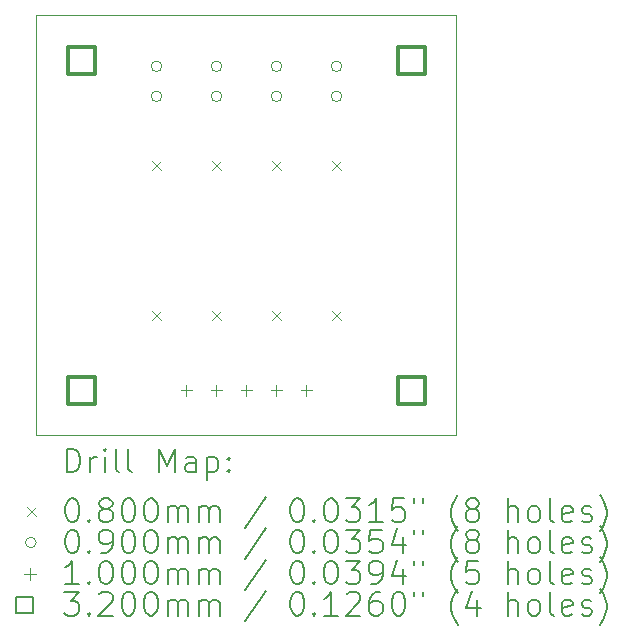
<source format=gbr>
%TF.GenerationSoftware,KiCad,Pcbnew,(6.0.10)*%
%TF.CreationDate,2023-12-21T18:09:12+10:00*%
%TF.ProjectId,Blinky,426c696e-6b79-42e6-9b69-6361645f7063,rev?*%
%TF.SameCoordinates,Original*%
%TF.FileFunction,Drillmap*%
%TF.FilePolarity,Positive*%
%FSLAX45Y45*%
G04 Gerber Fmt 4.5, Leading zero omitted, Abs format (unit mm)*
G04 Created by KiCad (PCBNEW (6.0.10)) date 2023-12-21 18:09:12*
%MOMM*%
%LPD*%
G01*
G04 APERTURE LIST*
%ADD10C,0.050000*%
%ADD11C,0.200000*%
%ADD12C,0.080000*%
%ADD13C,0.090000*%
%ADD14C,0.100000*%
%ADD15C,0.320000*%
G04 APERTURE END LIST*
D10*
X6223000Y-6096000D02*
X2667000Y-6096000D01*
X2667000Y-6096000D02*
X2667000Y-2540000D01*
X2667000Y-2540000D02*
X6223000Y-2540000D01*
X6223000Y-2540000D02*
X6223000Y-6096000D01*
D11*
D12*
X3643000Y-3770000D02*
X3723000Y-3850000D01*
X3723000Y-3770000D02*
X3643000Y-3850000D01*
X3643000Y-5040000D02*
X3723000Y-5120000D01*
X3723000Y-5040000D02*
X3643000Y-5120000D01*
X4151000Y-3770000D02*
X4231000Y-3850000D01*
X4231000Y-3770000D02*
X4151000Y-3850000D01*
X4151000Y-5040000D02*
X4231000Y-5120000D01*
X4231000Y-5040000D02*
X4151000Y-5120000D01*
X4659000Y-3770000D02*
X4739000Y-3850000D01*
X4739000Y-3770000D02*
X4659000Y-3850000D01*
X4659000Y-5040000D02*
X4739000Y-5120000D01*
X4739000Y-5040000D02*
X4659000Y-5120000D01*
X5167000Y-3770000D02*
X5247000Y-3850000D01*
X5247000Y-3770000D02*
X5167000Y-3850000D01*
X5167000Y-5040000D02*
X5247000Y-5120000D01*
X5247000Y-5040000D02*
X5167000Y-5120000D01*
D13*
X3728000Y-2970800D02*
G75*
G03*
X3728000Y-2970800I-45000J0D01*
G01*
X3728000Y-3224800D02*
G75*
G03*
X3728000Y-3224800I-45000J0D01*
G01*
X4236000Y-2970800D02*
G75*
G03*
X4236000Y-2970800I-45000J0D01*
G01*
X4236000Y-3224800D02*
G75*
G03*
X4236000Y-3224800I-45000J0D01*
G01*
X4744000Y-2970800D02*
G75*
G03*
X4744000Y-2970800I-45000J0D01*
G01*
X4744000Y-3224800D02*
G75*
G03*
X4744000Y-3224800I-45000J0D01*
G01*
X5252000Y-2970800D02*
G75*
G03*
X5252000Y-2970800I-45000J0D01*
G01*
X5252000Y-3224800D02*
G75*
G03*
X5252000Y-3224800I-45000J0D01*
G01*
D14*
X3936500Y-5665000D02*
X3936500Y-5765000D01*
X3886500Y-5715000D02*
X3986500Y-5715000D01*
X4190500Y-5665000D02*
X4190500Y-5765000D01*
X4140500Y-5715000D02*
X4240500Y-5715000D01*
X4444500Y-5665000D02*
X4444500Y-5765000D01*
X4394500Y-5715000D02*
X4494500Y-5715000D01*
X4698500Y-5665000D02*
X4698500Y-5765000D01*
X4648500Y-5715000D02*
X4748500Y-5715000D01*
X4952500Y-5665000D02*
X4952500Y-5765000D01*
X4902500Y-5715000D02*
X5002500Y-5715000D01*
D15*
X3161138Y-3034138D02*
X3161138Y-2807862D01*
X2934862Y-2807862D01*
X2934862Y-3034138D01*
X3161138Y-3034138D01*
X3161138Y-5828138D02*
X3161138Y-5601862D01*
X2934862Y-5601862D01*
X2934862Y-5828138D01*
X3161138Y-5828138D01*
X5955138Y-3034138D02*
X5955138Y-2807862D01*
X5728862Y-2807862D01*
X5728862Y-3034138D01*
X5955138Y-3034138D01*
X5955138Y-5828138D02*
X5955138Y-5601862D01*
X5728862Y-5601862D01*
X5728862Y-5828138D01*
X5955138Y-5828138D01*
D11*
X2922119Y-6408976D02*
X2922119Y-6208976D01*
X2969738Y-6208976D01*
X2998309Y-6218500D01*
X3017357Y-6237548D01*
X3026881Y-6256595D01*
X3036405Y-6294690D01*
X3036405Y-6323262D01*
X3026881Y-6361357D01*
X3017357Y-6380405D01*
X2998309Y-6399452D01*
X2969738Y-6408976D01*
X2922119Y-6408976D01*
X3122119Y-6408976D02*
X3122119Y-6275643D01*
X3122119Y-6313738D02*
X3131643Y-6294690D01*
X3141167Y-6285167D01*
X3160214Y-6275643D01*
X3179262Y-6275643D01*
X3245928Y-6408976D02*
X3245928Y-6275643D01*
X3245928Y-6208976D02*
X3236405Y-6218500D01*
X3245928Y-6228024D01*
X3255452Y-6218500D01*
X3245928Y-6208976D01*
X3245928Y-6228024D01*
X3369738Y-6408976D02*
X3350690Y-6399452D01*
X3341167Y-6380405D01*
X3341167Y-6208976D01*
X3474500Y-6408976D02*
X3455452Y-6399452D01*
X3445928Y-6380405D01*
X3445928Y-6208976D01*
X3703071Y-6408976D02*
X3703071Y-6208976D01*
X3769738Y-6351833D01*
X3836405Y-6208976D01*
X3836405Y-6408976D01*
X4017357Y-6408976D02*
X4017357Y-6304214D01*
X4007833Y-6285167D01*
X3988786Y-6275643D01*
X3950690Y-6275643D01*
X3931643Y-6285167D01*
X4017357Y-6399452D02*
X3998309Y-6408976D01*
X3950690Y-6408976D01*
X3931643Y-6399452D01*
X3922119Y-6380405D01*
X3922119Y-6361357D01*
X3931643Y-6342309D01*
X3950690Y-6332786D01*
X3998309Y-6332786D01*
X4017357Y-6323262D01*
X4112595Y-6275643D02*
X4112595Y-6475643D01*
X4112595Y-6285167D02*
X4131643Y-6275643D01*
X4169738Y-6275643D01*
X4188786Y-6285167D01*
X4198310Y-6294690D01*
X4207833Y-6313738D01*
X4207833Y-6370881D01*
X4198310Y-6389928D01*
X4188786Y-6399452D01*
X4169738Y-6408976D01*
X4131643Y-6408976D01*
X4112595Y-6399452D01*
X4293548Y-6389928D02*
X4303071Y-6399452D01*
X4293548Y-6408976D01*
X4284024Y-6399452D01*
X4293548Y-6389928D01*
X4293548Y-6408976D01*
X4293548Y-6285167D02*
X4303071Y-6294690D01*
X4293548Y-6304214D01*
X4284024Y-6294690D01*
X4293548Y-6285167D01*
X4293548Y-6304214D01*
D12*
X2584500Y-6698500D02*
X2664500Y-6778500D01*
X2664500Y-6698500D02*
X2584500Y-6778500D01*
D11*
X2960214Y-6628976D02*
X2979262Y-6628976D01*
X2998309Y-6638500D01*
X3007833Y-6648024D01*
X3017357Y-6667071D01*
X3026881Y-6705167D01*
X3026881Y-6752786D01*
X3017357Y-6790881D01*
X3007833Y-6809928D01*
X2998309Y-6819452D01*
X2979262Y-6828976D01*
X2960214Y-6828976D01*
X2941167Y-6819452D01*
X2931643Y-6809928D01*
X2922119Y-6790881D01*
X2912595Y-6752786D01*
X2912595Y-6705167D01*
X2922119Y-6667071D01*
X2931643Y-6648024D01*
X2941167Y-6638500D01*
X2960214Y-6628976D01*
X3112595Y-6809928D02*
X3122119Y-6819452D01*
X3112595Y-6828976D01*
X3103071Y-6819452D01*
X3112595Y-6809928D01*
X3112595Y-6828976D01*
X3236405Y-6714690D02*
X3217357Y-6705167D01*
X3207833Y-6695643D01*
X3198309Y-6676595D01*
X3198309Y-6667071D01*
X3207833Y-6648024D01*
X3217357Y-6638500D01*
X3236405Y-6628976D01*
X3274500Y-6628976D01*
X3293548Y-6638500D01*
X3303071Y-6648024D01*
X3312595Y-6667071D01*
X3312595Y-6676595D01*
X3303071Y-6695643D01*
X3293548Y-6705167D01*
X3274500Y-6714690D01*
X3236405Y-6714690D01*
X3217357Y-6724214D01*
X3207833Y-6733738D01*
X3198309Y-6752786D01*
X3198309Y-6790881D01*
X3207833Y-6809928D01*
X3217357Y-6819452D01*
X3236405Y-6828976D01*
X3274500Y-6828976D01*
X3293548Y-6819452D01*
X3303071Y-6809928D01*
X3312595Y-6790881D01*
X3312595Y-6752786D01*
X3303071Y-6733738D01*
X3293548Y-6724214D01*
X3274500Y-6714690D01*
X3436405Y-6628976D02*
X3455452Y-6628976D01*
X3474500Y-6638500D01*
X3484024Y-6648024D01*
X3493548Y-6667071D01*
X3503071Y-6705167D01*
X3503071Y-6752786D01*
X3493548Y-6790881D01*
X3484024Y-6809928D01*
X3474500Y-6819452D01*
X3455452Y-6828976D01*
X3436405Y-6828976D01*
X3417357Y-6819452D01*
X3407833Y-6809928D01*
X3398309Y-6790881D01*
X3388786Y-6752786D01*
X3388786Y-6705167D01*
X3398309Y-6667071D01*
X3407833Y-6648024D01*
X3417357Y-6638500D01*
X3436405Y-6628976D01*
X3626881Y-6628976D02*
X3645928Y-6628976D01*
X3664976Y-6638500D01*
X3674500Y-6648024D01*
X3684024Y-6667071D01*
X3693548Y-6705167D01*
X3693548Y-6752786D01*
X3684024Y-6790881D01*
X3674500Y-6809928D01*
X3664976Y-6819452D01*
X3645928Y-6828976D01*
X3626881Y-6828976D01*
X3607833Y-6819452D01*
X3598309Y-6809928D01*
X3588786Y-6790881D01*
X3579262Y-6752786D01*
X3579262Y-6705167D01*
X3588786Y-6667071D01*
X3598309Y-6648024D01*
X3607833Y-6638500D01*
X3626881Y-6628976D01*
X3779262Y-6828976D02*
X3779262Y-6695643D01*
X3779262Y-6714690D02*
X3788786Y-6705167D01*
X3807833Y-6695643D01*
X3836405Y-6695643D01*
X3855452Y-6705167D01*
X3864976Y-6724214D01*
X3864976Y-6828976D01*
X3864976Y-6724214D02*
X3874500Y-6705167D01*
X3893548Y-6695643D01*
X3922119Y-6695643D01*
X3941167Y-6705167D01*
X3950690Y-6724214D01*
X3950690Y-6828976D01*
X4045928Y-6828976D02*
X4045928Y-6695643D01*
X4045928Y-6714690D02*
X4055452Y-6705167D01*
X4074500Y-6695643D01*
X4103071Y-6695643D01*
X4122119Y-6705167D01*
X4131643Y-6724214D01*
X4131643Y-6828976D01*
X4131643Y-6724214D02*
X4141167Y-6705167D01*
X4160214Y-6695643D01*
X4188786Y-6695643D01*
X4207833Y-6705167D01*
X4217357Y-6724214D01*
X4217357Y-6828976D01*
X4607833Y-6619452D02*
X4436405Y-6876595D01*
X4864976Y-6628976D02*
X4884024Y-6628976D01*
X4903071Y-6638500D01*
X4912595Y-6648024D01*
X4922119Y-6667071D01*
X4931643Y-6705167D01*
X4931643Y-6752786D01*
X4922119Y-6790881D01*
X4912595Y-6809928D01*
X4903071Y-6819452D01*
X4884024Y-6828976D01*
X4864976Y-6828976D01*
X4845929Y-6819452D01*
X4836405Y-6809928D01*
X4826881Y-6790881D01*
X4817357Y-6752786D01*
X4817357Y-6705167D01*
X4826881Y-6667071D01*
X4836405Y-6648024D01*
X4845929Y-6638500D01*
X4864976Y-6628976D01*
X5017357Y-6809928D02*
X5026881Y-6819452D01*
X5017357Y-6828976D01*
X5007833Y-6819452D01*
X5017357Y-6809928D01*
X5017357Y-6828976D01*
X5150690Y-6628976D02*
X5169738Y-6628976D01*
X5188786Y-6638500D01*
X5198310Y-6648024D01*
X5207833Y-6667071D01*
X5217357Y-6705167D01*
X5217357Y-6752786D01*
X5207833Y-6790881D01*
X5198310Y-6809928D01*
X5188786Y-6819452D01*
X5169738Y-6828976D01*
X5150690Y-6828976D01*
X5131643Y-6819452D01*
X5122119Y-6809928D01*
X5112595Y-6790881D01*
X5103071Y-6752786D01*
X5103071Y-6705167D01*
X5112595Y-6667071D01*
X5122119Y-6648024D01*
X5131643Y-6638500D01*
X5150690Y-6628976D01*
X5284024Y-6628976D02*
X5407833Y-6628976D01*
X5341167Y-6705167D01*
X5369738Y-6705167D01*
X5388786Y-6714690D01*
X5398310Y-6724214D01*
X5407833Y-6743262D01*
X5407833Y-6790881D01*
X5398310Y-6809928D01*
X5388786Y-6819452D01*
X5369738Y-6828976D01*
X5312595Y-6828976D01*
X5293548Y-6819452D01*
X5284024Y-6809928D01*
X5598309Y-6828976D02*
X5484024Y-6828976D01*
X5541167Y-6828976D02*
X5541167Y-6628976D01*
X5522119Y-6657548D01*
X5503071Y-6676595D01*
X5484024Y-6686119D01*
X5779262Y-6628976D02*
X5684024Y-6628976D01*
X5674500Y-6724214D01*
X5684024Y-6714690D01*
X5703071Y-6705167D01*
X5750690Y-6705167D01*
X5769738Y-6714690D01*
X5779262Y-6724214D01*
X5788786Y-6743262D01*
X5788786Y-6790881D01*
X5779262Y-6809928D01*
X5769738Y-6819452D01*
X5750690Y-6828976D01*
X5703071Y-6828976D01*
X5684024Y-6819452D01*
X5674500Y-6809928D01*
X5864976Y-6628976D02*
X5864976Y-6667071D01*
X5941167Y-6628976D02*
X5941167Y-6667071D01*
X6236405Y-6905167D02*
X6226881Y-6895643D01*
X6207833Y-6867071D01*
X6198309Y-6848024D01*
X6188786Y-6819452D01*
X6179262Y-6771833D01*
X6179262Y-6733738D01*
X6188786Y-6686119D01*
X6198309Y-6657548D01*
X6207833Y-6638500D01*
X6226881Y-6609928D01*
X6236405Y-6600405D01*
X6341167Y-6714690D02*
X6322119Y-6705167D01*
X6312595Y-6695643D01*
X6303071Y-6676595D01*
X6303071Y-6667071D01*
X6312595Y-6648024D01*
X6322119Y-6638500D01*
X6341167Y-6628976D01*
X6379262Y-6628976D01*
X6398309Y-6638500D01*
X6407833Y-6648024D01*
X6417357Y-6667071D01*
X6417357Y-6676595D01*
X6407833Y-6695643D01*
X6398309Y-6705167D01*
X6379262Y-6714690D01*
X6341167Y-6714690D01*
X6322119Y-6724214D01*
X6312595Y-6733738D01*
X6303071Y-6752786D01*
X6303071Y-6790881D01*
X6312595Y-6809928D01*
X6322119Y-6819452D01*
X6341167Y-6828976D01*
X6379262Y-6828976D01*
X6398309Y-6819452D01*
X6407833Y-6809928D01*
X6417357Y-6790881D01*
X6417357Y-6752786D01*
X6407833Y-6733738D01*
X6398309Y-6724214D01*
X6379262Y-6714690D01*
X6655452Y-6828976D02*
X6655452Y-6628976D01*
X6741167Y-6828976D02*
X6741167Y-6724214D01*
X6731643Y-6705167D01*
X6712595Y-6695643D01*
X6684024Y-6695643D01*
X6664976Y-6705167D01*
X6655452Y-6714690D01*
X6864976Y-6828976D02*
X6845928Y-6819452D01*
X6836405Y-6809928D01*
X6826881Y-6790881D01*
X6826881Y-6733738D01*
X6836405Y-6714690D01*
X6845928Y-6705167D01*
X6864976Y-6695643D01*
X6893548Y-6695643D01*
X6912595Y-6705167D01*
X6922119Y-6714690D01*
X6931643Y-6733738D01*
X6931643Y-6790881D01*
X6922119Y-6809928D01*
X6912595Y-6819452D01*
X6893548Y-6828976D01*
X6864976Y-6828976D01*
X7045928Y-6828976D02*
X7026881Y-6819452D01*
X7017357Y-6800405D01*
X7017357Y-6628976D01*
X7198309Y-6819452D02*
X7179262Y-6828976D01*
X7141167Y-6828976D01*
X7122119Y-6819452D01*
X7112595Y-6800405D01*
X7112595Y-6724214D01*
X7122119Y-6705167D01*
X7141167Y-6695643D01*
X7179262Y-6695643D01*
X7198309Y-6705167D01*
X7207833Y-6724214D01*
X7207833Y-6743262D01*
X7112595Y-6762309D01*
X7284024Y-6819452D02*
X7303071Y-6828976D01*
X7341167Y-6828976D01*
X7360214Y-6819452D01*
X7369738Y-6800405D01*
X7369738Y-6790881D01*
X7360214Y-6771833D01*
X7341167Y-6762309D01*
X7312595Y-6762309D01*
X7293548Y-6752786D01*
X7284024Y-6733738D01*
X7284024Y-6724214D01*
X7293548Y-6705167D01*
X7312595Y-6695643D01*
X7341167Y-6695643D01*
X7360214Y-6705167D01*
X7436405Y-6905167D02*
X7445928Y-6895643D01*
X7464976Y-6867071D01*
X7474500Y-6848024D01*
X7484024Y-6819452D01*
X7493548Y-6771833D01*
X7493548Y-6733738D01*
X7484024Y-6686119D01*
X7474500Y-6657548D01*
X7464976Y-6638500D01*
X7445928Y-6609928D01*
X7436405Y-6600405D01*
D13*
X2664500Y-7002500D02*
G75*
G03*
X2664500Y-7002500I-45000J0D01*
G01*
D11*
X2960214Y-6892976D02*
X2979262Y-6892976D01*
X2998309Y-6902500D01*
X3007833Y-6912024D01*
X3017357Y-6931071D01*
X3026881Y-6969167D01*
X3026881Y-7016786D01*
X3017357Y-7054881D01*
X3007833Y-7073928D01*
X2998309Y-7083452D01*
X2979262Y-7092976D01*
X2960214Y-7092976D01*
X2941167Y-7083452D01*
X2931643Y-7073928D01*
X2922119Y-7054881D01*
X2912595Y-7016786D01*
X2912595Y-6969167D01*
X2922119Y-6931071D01*
X2931643Y-6912024D01*
X2941167Y-6902500D01*
X2960214Y-6892976D01*
X3112595Y-7073928D02*
X3122119Y-7083452D01*
X3112595Y-7092976D01*
X3103071Y-7083452D01*
X3112595Y-7073928D01*
X3112595Y-7092976D01*
X3217357Y-7092976D02*
X3255452Y-7092976D01*
X3274500Y-7083452D01*
X3284024Y-7073928D01*
X3303071Y-7045357D01*
X3312595Y-7007262D01*
X3312595Y-6931071D01*
X3303071Y-6912024D01*
X3293548Y-6902500D01*
X3274500Y-6892976D01*
X3236405Y-6892976D01*
X3217357Y-6902500D01*
X3207833Y-6912024D01*
X3198309Y-6931071D01*
X3198309Y-6978690D01*
X3207833Y-6997738D01*
X3217357Y-7007262D01*
X3236405Y-7016786D01*
X3274500Y-7016786D01*
X3293548Y-7007262D01*
X3303071Y-6997738D01*
X3312595Y-6978690D01*
X3436405Y-6892976D02*
X3455452Y-6892976D01*
X3474500Y-6902500D01*
X3484024Y-6912024D01*
X3493548Y-6931071D01*
X3503071Y-6969167D01*
X3503071Y-7016786D01*
X3493548Y-7054881D01*
X3484024Y-7073928D01*
X3474500Y-7083452D01*
X3455452Y-7092976D01*
X3436405Y-7092976D01*
X3417357Y-7083452D01*
X3407833Y-7073928D01*
X3398309Y-7054881D01*
X3388786Y-7016786D01*
X3388786Y-6969167D01*
X3398309Y-6931071D01*
X3407833Y-6912024D01*
X3417357Y-6902500D01*
X3436405Y-6892976D01*
X3626881Y-6892976D02*
X3645928Y-6892976D01*
X3664976Y-6902500D01*
X3674500Y-6912024D01*
X3684024Y-6931071D01*
X3693548Y-6969167D01*
X3693548Y-7016786D01*
X3684024Y-7054881D01*
X3674500Y-7073928D01*
X3664976Y-7083452D01*
X3645928Y-7092976D01*
X3626881Y-7092976D01*
X3607833Y-7083452D01*
X3598309Y-7073928D01*
X3588786Y-7054881D01*
X3579262Y-7016786D01*
X3579262Y-6969167D01*
X3588786Y-6931071D01*
X3598309Y-6912024D01*
X3607833Y-6902500D01*
X3626881Y-6892976D01*
X3779262Y-7092976D02*
X3779262Y-6959643D01*
X3779262Y-6978690D02*
X3788786Y-6969167D01*
X3807833Y-6959643D01*
X3836405Y-6959643D01*
X3855452Y-6969167D01*
X3864976Y-6988214D01*
X3864976Y-7092976D01*
X3864976Y-6988214D02*
X3874500Y-6969167D01*
X3893548Y-6959643D01*
X3922119Y-6959643D01*
X3941167Y-6969167D01*
X3950690Y-6988214D01*
X3950690Y-7092976D01*
X4045928Y-7092976D02*
X4045928Y-6959643D01*
X4045928Y-6978690D02*
X4055452Y-6969167D01*
X4074500Y-6959643D01*
X4103071Y-6959643D01*
X4122119Y-6969167D01*
X4131643Y-6988214D01*
X4131643Y-7092976D01*
X4131643Y-6988214D02*
X4141167Y-6969167D01*
X4160214Y-6959643D01*
X4188786Y-6959643D01*
X4207833Y-6969167D01*
X4217357Y-6988214D01*
X4217357Y-7092976D01*
X4607833Y-6883452D02*
X4436405Y-7140595D01*
X4864976Y-6892976D02*
X4884024Y-6892976D01*
X4903071Y-6902500D01*
X4912595Y-6912024D01*
X4922119Y-6931071D01*
X4931643Y-6969167D01*
X4931643Y-7016786D01*
X4922119Y-7054881D01*
X4912595Y-7073928D01*
X4903071Y-7083452D01*
X4884024Y-7092976D01*
X4864976Y-7092976D01*
X4845929Y-7083452D01*
X4836405Y-7073928D01*
X4826881Y-7054881D01*
X4817357Y-7016786D01*
X4817357Y-6969167D01*
X4826881Y-6931071D01*
X4836405Y-6912024D01*
X4845929Y-6902500D01*
X4864976Y-6892976D01*
X5017357Y-7073928D02*
X5026881Y-7083452D01*
X5017357Y-7092976D01*
X5007833Y-7083452D01*
X5017357Y-7073928D01*
X5017357Y-7092976D01*
X5150690Y-6892976D02*
X5169738Y-6892976D01*
X5188786Y-6902500D01*
X5198310Y-6912024D01*
X5207833Y-6931071D01*
X5217357Y-6969167D01*
X5217357Y-7016786D01*
X5207833Y-7054881D01*
X5198310Y-7073928D01*
X5188786Y-7083452D01*
X5169738Y-7092976D01*
X5150690Y-7092976D01*
X5131643Y-7083452D01*
X5122119Y-7073928D01*
X5112595Y-7054881D01*
X5103071Y-7016786D01*
X5103071Y-6969167D01*
X5112595Y-6931071D01*
X5122119Y-6912024D01*
X5131643Y-6902500D01*
X5150690Y-6892976D01*
X5284024Y-6892976D02*
X5407833Y-6892976D01*
X5341167Y-6969167D01*
X5369738Y-6969167D01*
X5388786Y-6978690D01*
X5398310Y-6988214D01*
X5407833Y-7007262D01*
X5407833Y-7054881D01*
X5398310Y-7073928D01*
X5388786Y-7083452D01*
X5369738Y-7092976D01*
X5312595Y-7092976D01*
X5293548Y-7083452D01*
X5284024Y-7073928D01*
X5588786Y-6892976D02*
X5493548Y-6892976D01*
X5484024Y-6988214D01*
X5493548Y-6978690D01*
X5512595Y-6969167D01*
X5560214Y-6969167D01*
X5579262Y-6978690D01*
X5588786Y-6988214D01*
X5598309Y-7007262D01*
X5598309Y-7054881D01*
X5588786Y-7073928D01*
X5579262Y-7083452D01*
X5560214Y-7092976D01*
X5512595Y-7092976D01*
X5493548Y-7083452D01*
X5484024Y-7073928D01*
X5769738Y-6959643D02*
X5769738Y-7092976D01*
X5722119Y-6883452D02*
X5674500Y-7026309D01*
X5798309Y-7026309D01*
X5864976Y-6892976D02*
X5864976Y-6931071D01*
X5941167Y-6892976D02*
X5941167Y-6931071D01*
X6236405Y-7169167D02*
X6226881Y-7159643D01*
X6207833Y-7131071D01*
X6198309Y-7112024D01*
X6188786Y-7083452D01*
X6179262Y-7035833D01*
X6179262Y-6997738D01*
X6188786Y-6950119D01*
X6198309Y-6921548D01*
X6207833Y-6902500D01*
X6226881Y-6873928D01*
X6236405Y-6864405D01*
X6341167Y-6978690D02*
X6322119Y-6969167D01*
X6312595Y-6959643D01*
X6303071Y-6940595D01*
X6303071Y-6931071D01*
X6312595Y-6912024D01*
X6322119Y-6902500D01*
X6341167Y-6892976D01*
X6379262Y-6892976D01*
X6398309Y-6902500D01*
X6407833Y-6912024D01*
X6417357Y-6931071D01*
X6417357Y-6940595D01*
X6407833Y-6959643D01*
X6398309Y-6969167D01*
X6379262Y-6978690D01*
X6341167Y-6978690D01*
X6322119Y-6988214D01*
X6312595Y-6997738D01*
X6303071Y-7016786D01*
X6303071Y-7054881D01*
X6312595Y-7073928D01*
X6322119Y-7083452D01*
X6341167Y-7092976D01*
X6379262Y-7092976D01*
X6398309Y-7083452D01*
X6407833Y-7073928D01*
X6417357Y-7054881D01*
X6417357Y-7016786D01*
X6407833Y-6997738D01*
X6398309Y-6988214D01*
X6379262Y-6978690D01*
X6655452Y-7092976D02*
X6655452Y-6892976D01*
X6741167Y-7092976D02*
X6741167Y-6988214D01*
X6731643Y-6969167D01*
X6712595Y-6959643D01*
X6684024Y-6959643D01*
X6664976Y-6969167D01*
X6655452Y-6978690D01*
X6864976Y-7092976D02*
X6845928Y-7083452D01*
X6836405Y-7073928D01*
X6826881Y-7054881D01*
X6826881Y-6997738D01*
X6836405Y-6978690D01*
X6845928Y-6969167D01*
X6864976Y-6959643D01*
X6893548Y-6959643D01*
X6912595Y-6969167D01*
X6922119Y-6978690D01*
X6931643Y-6997738D01*
X6931643Y-7054881D01*
X6922119Y-7073928D01*
X6912595Y-7083452D01*
X6893548Y-7092976D01*
X6864976Y-7092976D01*
X7045928Y-7092976D02*
X7026881Y-7083452D01*
X7017357Y-7064405D01*
X7017357Y-6892976D01*
X7198309Y-7083452D02*
X7179262Y-7092976D01*
X7141167Y-7092976D01*
X7122119Y-7083452D01*
X7112595Y-7064405D01*
X7112595Y-6988214D01*
X7122119Y-6969167D01*
X7141167Y-6959643D01*
X7179262Y-6959643D01*
X7198309Y-6969167D01*
X7207833Y-6988214D01*
X7207833Y-7007262D01*
X7112595Y-7026309D01*
X7284024Y-7083452D02*
X7303071Y-7092976D01*
X7341167Y-7092976D01*
X7360214Y-7083452D01*
X7369738Y-7064405D01*
X7369738Y-7054881D01*
X7360214Y-7035833D01*
X7341167Y-7026309D01*
X7312595Y-7026309D01*
X7293548Y-7016786D01*
X7284024Y-6997738D01*
X7284024Y-6988214D01*
X7293548Y-6969167D01*
X7312595Y-6959643D01*
X7341167Y-6959643D01*
X7360214Y-6969167D01*
X7436405Y-7169167D02*
X7445928Y-7159643D01*
X7464976Y-7131071D01*
X7474500Y-7112024D01*
X7484024Y-7083452D01*
X7493548Y-7035833D01*
X7493548Y-6997738D01*
X7484024Y-6950119D01*
X7474500Y-6921548D01*
X7464976Y-6902500D01*
X7445928Y-6873928D01*
X7436405Y-6864405D01*
D14*
X2614500Y-7216500D02*
X2614500Y-7316500D01*
X2564500Y-7266500D02*
X2664500Y-7266500D01*
D11*
X3026881Y-7356976D02*
X2912595Y-7356976D01*
X2969738Y-7356976D02*
X2969738Y-7156976D01*
X2950690Y-7185548D01*
X2931643Y-7204595D01*
X2912595Y-7214119D01*
X3112595Y-7337928D02*
X3122119Y-7347452D01*
X3112595Y-7356976D01*
X3103071Y-7347452D01*
X3112595Y-7337928D01*
X3112595Y-7356976D01*
X3245928Y-7156976D02*
X3264976Y-7156976D01*
X3284024Y-7166500D01*
X3293548Y-7176024D01*
X3303071Y-7195071D01*
X3312595Y-7233167D01*
X3312595Y-7280786D01*
X3303071Y-7318881D01*
X3293548Y-7337928D01*
X3284024Y-7347452D01*
X3264976Y-7356976D01*
X3245928Y-7356976D01*
X3226881Y-7347452D01*
X3217357Y-7337928D01*
X3207833Y-7318881D01*
X3198309Y-7280786D01*
X3198309Y-7233167D01*
X3207833Y-7195071D01*
X3217357Y-7176024D01*
X3226881Y-7166500D01*
X3245928Y-7156976D01*
X3436405Y-7156976D02*
X3455452Y-7156976D01*
X3474500Y-7166500D01*
X3484024Y-7176024D01*
X3493548Y-7195071D01*
X3503071Y-7233167D01*
X3503071Y-7280786D01*
X3493548Y-7318881D01*
X3484024Y-7337928D01*
X3474500Y-7347452D01*
X3455452Y-7356976D01*
X3436405Y-7356976D01*
X3417357Y-7347452D01*
X3407833Y-7337928D01*
X3398309Y-7318881D01*
X3388786Y-7280786D01*
X3388786Y-7233167D01*
X3398309Y-7195071D01*
X3407833Y-7176024D01*
X3417357Y-7166500D01*
X3436405Y-7156976D01*
X3626881Y-7156976D02*
X3645928Y-7156976D01*
X3664976Y-7166500D01*
X3674500Y-7176024D01*
X3684024Y-7195071D01*
X3693548Y-7233167D01*
X3693548Y-7280786D01*
X3684024Y-7318881D01*
X3674500Y-7337928D01*
X3664976Y-7347452D01*
X3645928Y-7356976D01*
X3626881Y-7356976D01*
X3607833Y-7347452D01*
X3598309Y-7337928D01*
X3588786Y-7318881D01*
X3579262Y-7280786D01*
X3579262Y-7233167D01*
X3588786Y-7195071D01*
X3598309Y-7176024D01*
X3607833Y-7166500D01*
X3626881Y-7156976D01*
X3779262Y-7356976D02*
X3779262Y-7223643D01*
X3779262Y-7242690D02*
X3788786Y-7233167D01*
X3807833Y-7223643D01*
X3836405Y-7223643D01*
X3855452Y-7233167D01*
X3864976Y-7252214D01*
X3864976Y-7356976D01*
X3864976Y-7252214D02*
X3874500Y-7233167D01*
X3893548Y-7223643D01*
X3922119Y-7223643D01*
X3941167Y-7233167D01*
X3950690Y-7252214D01*
X3950690Y-7356976D01*
X4045928Y-7356976D02*
X4045928Y-7223643D01*
X4045928Y-7242690D02*
X4055452Y-7233167D01*
X4074500Y-7223643D01*
X4103071Y-7223643D01*
X4122119Y-7233167D01*
X4131643Y-7252214D01*
X4131643Y-7356976D01*
X4131643Y-7252214D02*
X4141167Y-7233167D01*
X4160214Y-7223643D01*
X4188786Y-7223643D01*
X4207833Y-7233167D01*
X4217357Y-7252214D01*
X4217357Y-7356976D01*
X4607833Y-7147452D02*
X4436405Y-7404595D01*
X4864976Y-7156976D02*
X4884024Y-7156976D01*
X4903071Y-7166500D01*
X4912595Y-7176024D01*
X4922119Y-7195071D01*
X4931643Y-7233167D01*
X4931643Y-7280786D01*
X4922119Y-7318881D01*
X4912595Y-7337928D01*
X4903071Y-7347452D01*
X4884024Y-7356976D01*
X4864976Y-7356976D01*
X4845929Y-7347452D01*
X4836405Y-7337928D01*
X4826881Y-7318881D01*
X4817357Y-7280786D01*
X4817357Y-7233167D01*
X4826881Y-7195071D01*
X4836405Y-7176024D01*
X4845929Y-7166500D01*
X4864976Y-7156976D01*
X5017357Y-7337928D02*
X5026881Y-7347452D01*
X5017357Y-7356976D01*
X5007833Y-7347452D01*
X5017357Y-7337928D01*
X5017357Y-7356976D01*
X5150690Y-7156976D02*
X5169738Y-7156976D01*
X5188786Y-7166500D01*
X5198310Y-7176024D01*
X5207833Y-7195071D01*
X5217357Y-7233167D01*
X5217357Y-7280786D01*
X5207833Y-7318881D01*
X5198310Y-7337928D01*
X5188786Y-7347452D01*
X5169738Y-7356976D01*
X5150690Y-7356976D01*
X5131643Y-7347452D01*
X5122119Y-7337928D01*
X5112595Y-7318881D01*
X5103071Y-7280786D01*
X5103071Y-7233167D01*
X5112595Y-7195071D01*
X5122119Y-7176024D01*
X5131643Y-7166500D01*
X5150690Y-7156976D01*
X5284024Y-7156976D02*
X5407833Y-7156976D01*
X5341167Y-7233167D01*
X5369738Y-7233167D01*
X5388786Y-7242690D01*
X5398310Y-7252214D01*
X5407833Y-7271262D01*
X5407833Y-7318881D01*
X5398310Y-7337928D01*
X5388786Y-7347452D01*
X5369738Y-7356976D01*
X5312595Y-7356976D01*
X5293548Y-7347452D01*
X5284024Y-7337928D01*
X5503071Y-7356976D02*
X5541167Y-7356976D01*
X5560214Y-7347452D01*
X5569738Y-7337928D01*
X5588786Y-7309357D01*
X5598309Y-7271262D01*
X5598309Y-7195071D01*
X5588786Y-7176024D01*
X5579262Y-7166500D01*
X5560214Y-7156976D01*
X5522119Y-7156976D01*
X5503071Y-7166500D01*
X5493548Y-7176024D01*
X5484024Y-7195071D01*
X5484024Y-7242690D01*
X5493548Y-7261738D01*
X5503071Y-7271262D01*
X5522119Y-7280786D01*
X5560214Y-7280786D01*
X5579262Y-7271262D01*
X5588786Y-7261738D01*
X5598309Y-7242690D01*
X5769738Y-7223643D02*
X5769738Y-7356976D01*
X5722119Y-7147452D02*
X5674500Y-7290309D01*
X5798309Y-7290309D01*
X5864976Y-7156976D02*
X5864976Y-7195071D01*
X5941167Y-7156976D02*
X5941167Y-7195071D01*
X6236405Y-7433167D02*
X6226881Y-7423643D01*
X6207833Y-7395071D01*
X6198309Y-7376024D01*
X6188786Y-7347452D01*
X6179262Y-7299833D01*
X6179262Y-7261738D01*
X6188786Y-7214119D01*
X6198309Y-7185548D01*
X6207833Y-7166500D01*
X6226881Y-7137928D01*
X6236405Y-7128405D01*
X6407833Y-7156976D02*
X6312595Y-7156976D01*
X6303071Y-7252214D01*
X6312595Y-7242690D01*
X6331643Y-7233167D01*
X6379262Y-7233167D01*
X6398309Y-7242690D01*
X6407833Y-7252214D01*
X6417357Y-7271262D01*
X6417357Y-7318881D01*
X6407833Y-7337928D01*
X6398309Y-7347452D01*
X6379262Y-7356976D01*
X6331643Y-7356976D01*
X6312595Y-7347452D01*
X6303071Y-7337928D01*
X6655452Y-7356976D02*
X6655452Y-7156976D01*
X6741167Y-7356976D02*
X6741167Y-7252214D01*
X6731643Y-7233167D01*
X6712595Y-7223643D01*
X6684024Y-7223643D01*
X6664976Y-7233167D01*
X6655452Y-7242690D01*
X6864976Y-7356976D02*
X6845928Y-7347452D01*
X6836405Y-7337928D01*
X6826881Y-7318881D01*
X6826881Y-7261738D01*
X6836405Y-7242690D01*
X6845928Y-7233167D01*
X6864976Y-7223643D01*
X6893548Y-7223643D01*
X6912595Y-7233167D01*
X6922119Y-7242690D01*
X6931643Y-7261738D01*
X6931643Y-7318881D01*
X6922119Y-7337928D01*
X6912595Y-7347452D01*
X6893548Y-7356976D01*
X6864976Y-7356976D01*
X7045928Y-7356976D02*
X7026881Y-7347452D01*
X7017357Y-7328405D01*
X7017357Y-7156976D01*
X7198309Y-7347452D02*
X7179262Y-7356976D01*
X7141167Y-7356976D01*
X7122119Y-7347452D01*
X7112595Y-7328405D01*
X7112595Y-7252214D01*
X7122119Y-7233167D01*
X7141167Y-7223643D01*
X7179262Y-7223643D01*
X7198309Y-7233167D01*
X7207833Y-7252214D01*
X7207833Y-7271262D01*
X7112595Y-7290309D01*
X7284024Y-7347452D02*
X7303071Y-7356976D01*
X7341167Y-7356976D01*
X7360214Y-7347452D01*
X7369738Y-7328405D01*
X7369738Y-7318881D01*
X7360214Y-7299833D01*
X7341167Y-7290309D01*
X7312595Y-7290309D01*
X7293548Y-7280786D01*
X7284024Y-7261738D01*
X7284024Y-7252214D01*
X7293548Y-7233167D01*
X7312595Y-7223643D01*
X7341167Y-7223643D01*
X7360214Y-7233167D01*
X7436405Y-7433167D02*
X7445928Y-7423643D01*
X7464976Y-7395071D01*
X7474500Y-7376024D01*
X7484024Y-7347452D01*
X7493548Y-7299833D01*
X7493548Y-7261738D01*
X7484024Y-7214119D01*
X7474500Y-7185548D01*
X7464976Y-7166500D01*
X7445928Y-7137928D01*
X7436405Y-7128405D01*
X2635211Y-7601211D02*
X2635211Y-7459789D01*
X2493789Y-7459789D01*
X2493789Y-7601211D01*
X2635211Y-7601211D01*
X2903071Y-7420976D02*
X3026881Y-7420976D01*
X2960214Y-7497167D01*
X2988786Y-7497167D01*
X3007833Y-7506690D01*
X3017357Y-7516214D01*
X3026881Y-7535262D01*
X3026881Y-7582881D01*
X3017357Y-7601928D01*
X3007833Y-7611452D01*
X2988786Y-7620976D01*
X2931643Y-7620976D01*
X2912595Y-7611452D01*
X2903071Y-7601928D01*
X3112595Y-7601928D02*
X3122119Y-7611452D01*
X3112595Y-7620976D01*
X3103071Y-7611452D01*
X3112595Y-7601928D01*
X3112595Y-7620976D01*
X3198309Y-7440024D02*
X3207833Y-7430500D01*
X3226881Y-7420976D01*
X3274500Y-7420976D01*
X3293548Y-7430500D01*
X3303071Y-7440024D01*
X3312595Y-7459071D01*
X3312595Y-7478119D01*
X3303071Y-7506690D01*
X3188786Y-7620976D01*
X3312595Y-7620976D01*
X3436405Y-7420976D02*
X3455452Y-7420976D01*
X3474500Y-7430500D01*
X3484024Y-7440024D01*
X3493548Y-7459071D01*
X3503071Y-7497167D01*
X3503071Y-7544786D01*
X3493548Y-7582881D01*
X3484024Y-7601928D01*
X3474500Y-7611452D01*
X3455452Y-7620976D01*
X3436405Y-7620976D01*
X3417357Y-7611452D01*
X3407833Y-7601928D01*
X3398309Y-7582881D01*
X3388786Y-7544786D01*
X3388786Y-7497167D01*
X3398309Y-7459071D01*
X3407833Y-7440024D01*
X3417357Y-7430500D01*
X3436405Y-7420976D01*
X3626881Y-7420976D02*
X3645928Y-7420976D01*
X3664976Y-7430500D01*
X3674500Y-7440024D01*
X3684024Y-7459071D01*
X3693548Y-7497167D01*
X3693548Y-7544786D01*
X3684024Y-7582881D01*
X3674500Y-7601928D01*
X3664976Y-7611452D01*
X3645928Y-7620976D01*
X3626881Y-7620976D01*
X3607833Y-7611452D01*
X3598309Y-7601928D01*
X3588786Y-7582881D01*
X3579262Y-7544786D01*
X3579262Y-7497167D01*
X3588786Y-7459071D01*
X3598309Y-7440024D01*
X3607833Y-7430500D01*
X3626881Y-7420976D01*
X3779262Y-7620976D02*
X3779262Y-7487643D01*
X3779262Y-7506690D02*
X3788786Y-7497167D01*
X3807833Y-7487643D01*
X3836405Y-7487643D01*
X3855452Y-7497167D01*
X3864976Y-7516214D01*
X3864976Y-7620976D01*
X3864976Y-7516214D02*
X3874500Y-7497167D01*
X3893548Y-7487643D01*
X3922119Y-7487643D01*
X3941167Y-7497167D01*
X3950690Y-7516214D01*
X3950690Y-7620976D01*
X4045928Y-7620976D02*
X4045928Y-7487643D01*
X4045928Y-7506690D02*
X4055452Y-7497167D01*
X4074500Y-7487643D01*
X4103071Y-7487643D01*
X4122119Y-7497167D01*
X4131643Y-7516214D01*
X4131643Y-7620976D01*
X4131643Y-7516214D02*
X4141167Y-7497167D01*
X4160214Y-7487643D01*
X4188786Y-7487643D01*
X4207833Y-7497167D01*
X4217357Y-7516214D01*
X4217357Y-7620976D01*
X4607833Y-7411452D02*
X4436405Y-7668595D01*
X4864976Y-7420976D02*
X4884024Y-7420976D01*
X4903071Y-7430500D01*
X4912595Y-7440024D01*
X4922119Y-7459071D01*
X4931643Y-7497167D01*
X4931643Y-7544786D01*
X4922119Y-7582881D01*
X4912595Y-7601928D01*
X4903071Y-7611452D01*
X4884024Y-7620976D01*
X4864976Y-7620976D01*
X4845929Y-7611452D01*
X4836405Y-7601928D01*
X4826881Y-7582881D01*
X4817357Y-7544786D01*
X4817357Y-7497167D01*
X4826881Y-7459071D01*
X4836405Y-7440024D01*
X4845929Y-7430500D01*
X4864976Y-7420976D01*
X5017357Y-7601928D02*
X5026881Y-7611452D01*
X5017357Y-7620976D01*
X5007833Y-7611452D01*
X5017357Y-7601928D01*
X5017357Y-7620976D01*
X5217357Y-7620976D02*
X5103071Y-7620976D01*
X5160214Y-7620976D02*
X5160214Y-7420976D01*
X5141167Y-7449548D01*
X5122119Y-7468595D01*
X5103071Y-7478119D01*
X5293548Y-7440024D02*
X5303071Y-7430500D01*
X5322119Y-7420976D01*
X5369738Y-7420976D01*
X5388786Y-7430500D01*
X5398310Y-7440024D01*
X5407833Y-7459071D01*
X5407833Y-7478119D01*
X5398310Y-7506690D01*
X5284024Y-7620976D01*
X5407833Y-7620976D01*
X5579262Y-7420976D02*
X5541167Y-7420976D01*
X5522119Y-7430500D01*
X5512595Y-7440024D01*
X5493548Y-7468595D01*
X5484024Y-7506690D01*
X5484024Y-7582881D01*
X5493548Y-7601928D01*
X5503071Y-7611452D01*
X5522119Y-7620976D01*
X5560214Y-7620976D01*
X5579262Y-7611452D01*
X5588786Y-7601928D01*
X5598309Y-7582881D01*
X5598309Y-7535262D01*
X5588786Y-7516214D01*
X5579262Y-7506690D01*
X5560214Y-7497167D01*
X5522119Y-7497167D01*
X5503071Y-7506690D01*
X5493548Y-7516214D01*
X5484024Y-7535262D01*
X5722119Y-7420976D02*
X5741167Y-7420976D01*
X5760214Y-7430500D01*
X5769738Y-7440024D01*
X5779262Y-7459071D01*
X5788786Y-7497167D01*
X5788786Y-7544786D01*
X5779262Y-7582881D01*
X5769738Y-7601928D01*
X5760214Y-7611452D01*
X5741167Y-7620976D01*
X5722119Y-7620976D01*
X5703071Y-7611452D01*
X5693548Y-7601928D01*
X5684024Y-7582881D01*
X5674500Y-7544786D01*
X5674500Y-7497167D01*
X5684024Y-7459071D01*
X5693548Y-7440024D01*
X5703071Y-7430500D01*
X5722119Y-7420976D01*
X5864976Y-7420976D02*
X5864976Y-7459071D01*
X5941167Y-7420976D02*
X5941167Y-7459071D01*
X6236405Y-7697167D02*
X6226881Y-7687643D01*
X6207833Y-7659071D01*
X6198309Y-7640024D01*
X6188786Y-7611452D01*
X6179262Y-7563833D01*
X6179262Y-7525738D01*
X6188786Y-7478119D01*
X6198309Y-7449548D01*
X6207833Y-7430500D01*
X6226881Y-7401928D01*
X6236405Y-7392405D01*
X6398309Y-7487643D02*
X6398309Y-7620976D01*
X6350690Y-7411452D02*
X6303071Y-7554309D01*
X6426881Y-7554309D01*
X6655452Y-7620976D02*
X6655452Y-7420976D01*
X6741167Y-7620976D02*
X6741167Y-7516214D01*
X6731643Y-7497167D01*
X6712595Y-7487643D01*
X6684024Y-7487643D01*
X6664976Y-7497167D01*
X6655452Y-7506690D01*
X6864976Y-7620976D02*
X6845928Y-7611452D01*
X6836405Y-7601928D01*
X6826881Y-7582881D01*
X6826881Y-7525738D01*
X6836405Y-7506690D01*
X6845928Y-7497167D01*
X6864976Y-7487643D01*
X6893548Y-7487643D01*
X6912595Y-7497167D01*
X6922119Y-7506690D01*
X6931643Y-7525738D01*
X6931643Y-7582881D01*
X6922119Y-7601928D01*
X6912595Y-7611452D01*
X6893548Y-7620976D01*
X6864976Y-7620976D01*
X7045928Y-7620976D02*
X7026881Y-7611452D01*
X7017357Y-7592405D01*
X7017357Y-7420976D01*
X7198309Y-7611452D02*
X7179262Y-7620976D01*
X7141167Y-7620976D01*
X7122119Y-7611452D01*
X7112595Y-7592405D01*
X7112595Y-7516214D01*
X7122119Y-7497167D01*
X7141167Y-7487643D01*
X7179262Y-7487643D01*
X7198309Y-7497167D01*
X7207833Y-7516214D01*
X7207833Y-7535262D01*
X7112595Y-7554309D01*
X7284024Y-7611452D02*
X7303071Y-7620976D01*
X7341167Y-7620976D01*
X7360214Y-7611452D01*
X7369738Y-7592405D01*
X7369738Y-7582881D01*
X7360214Y-7563833D01*
X7341167Y-7554309D01*
X7312595Y-7554309D01*
X7293548Y-7544786D01*
X7284024Y-7525738D01*
X7284024Y-7516214D01*
X7293548Y-7497167D01*
X7312595Y-7487643D01*
X7341167Y-7487643D01*
X7360214Y-7497167D01*
X7436405Y-7697167D02*
X7445928Y-7687643D01*
X7464976Y-7659071D01*
X7474500Y-7640024D01*
X7484024Y-7611452D01*
X7493548Y-7563833D01*
X7493548Y-7525738D01*
X7484024Y-7478119D01*
X7474500Y-7449548D01*
X7464976Y-7430500D01*
X7445928Y-7401928D01*
X7436405Y-7392405D01*
M02*

</source>
